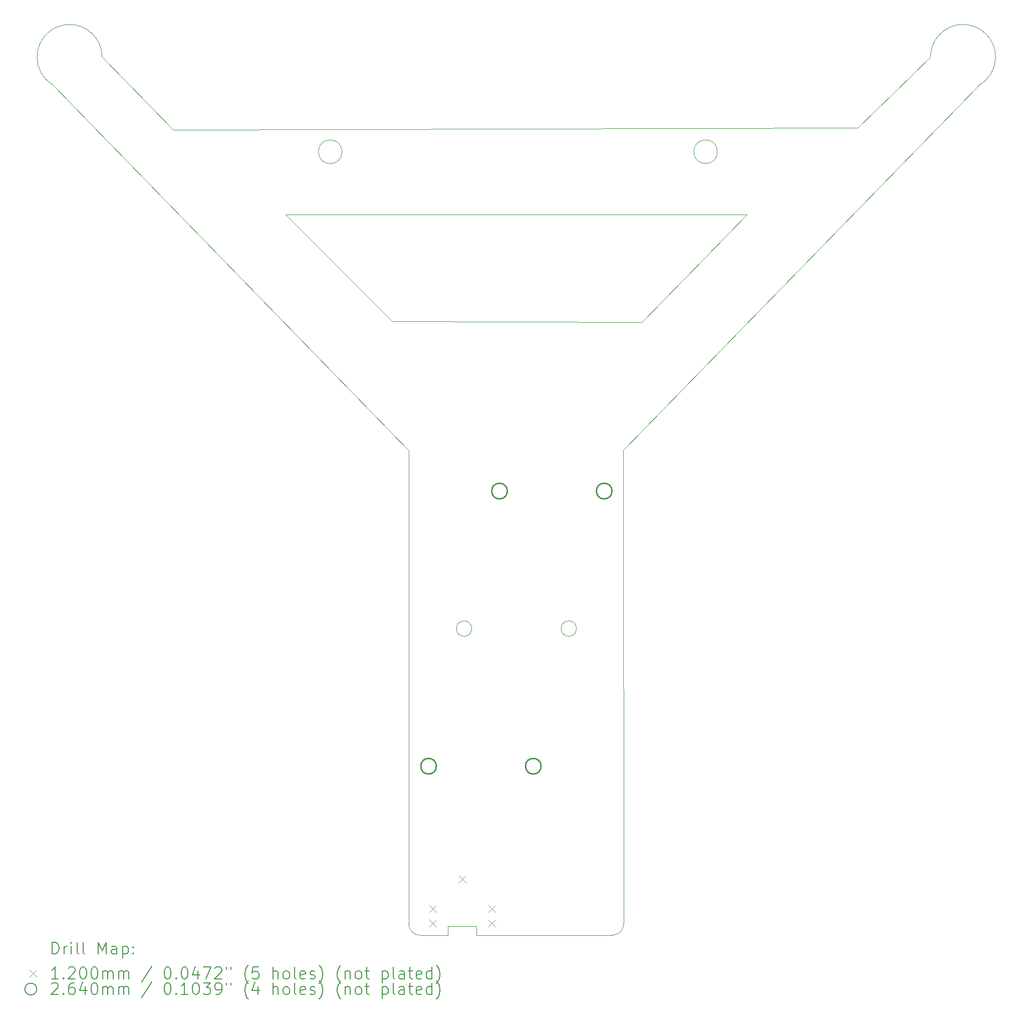
<source format=gbr>
%TF.GenerationSoftware,KiCad,Pcbnew,8.0.5*%
%TF.CreationDate,2025-01-18T17:06:14+08:00*%
%TF.ProjectId,cheap2,63686561-7032-42e6-9b69-6361645f7063,rev?*%
%TF.SameCoordinates,Original*%
%TF.FileFunction,Drillmap*%
%TF.FilePolarity,Positive*%
%FSLAX45Y45*%
G04 Gerber Fmt 4.5, Leading zero omitted, Abs format (unit mm)*
G04 Created by KiCad (PCBNEW 8.0.5) date 2025-01-18 17:06:14*
%MOMM*%
%LPD*%
G01*
G04 APERTURE LIST*
%ADD10C,0.100000*%
%ADD11C,0.200000*%
%ADD12C,0.120000*%
%ADD13C,0.264000*%
G04 APERTURE END LIST*
D10*
X12330000Y-18445000D02*
X10062779Y-18445771D01*
X9117023Y-18445000D02*
G75*
G02*
X8922000Y-18254810I-4773J190190D01*
G01*
X12550077Y-10249979D02*
X18539959Y-4099919D01*
X10740000Y-6270000D02*
X6840000Y-6270000D01*
X16510000Y-4810000D02*
X4940000Y-4840000D01*
X12856878Y-8093122D02*
X14640000Y-6270000D01*
X2640000Y-3610000D02*
G75*
G02*
X3740000Y-3610000I550000J0D01*
G01*
X9580000Y-18296119D02*
X9588636Y-18296119D01*
X10062779Y-18445771D02*
X10062867Y-18295983D01*
X11756522Y-13265000D02*
G75*
G02*
X11496522Y-13265000I-130000J0D01*
G01*
X11496522Y-13265000D02*
G75*
G02*
X11756522Y-13265000I130000J0D01*
G01*
X7795000Y-5210000D02*
G75*
G02*
X7395000Y-5210000I-200000J0D01*
G01*
X7395000Y-5210000D02*
G75*
G02*
X7795000Y-5210000I200000J0D01*
G01*
X16510000Y-4810000D02*
X17740000Y-3610000D01*
X2901191Y-4078070D02*
X8920045Y-10254810D01*
X2901191Y-4078070D02*
G75*
G02*
X2640000Y-3610000I288809J468070D01*
G01*
X12363796Y-18445000D02*
X12350704Y-18445000D01*
X3740000Y-3610000D02*
X4940000Y-4840000D01*
X10740000Y-6270000D02*
X14640000Y-6270000D01*
X6840000Y-6270000D02*
X8643122Y-8073122D01*
X8922000Y-18254810D02*
X8920045Y-10254810D01*
X12553986Y-18249978D02*
X12550077Y-10249979D01*
X9987023Y-13265000D02*
G75*
G02*
X9727023Y-13265000I-130000J0D01*
G01*
X9727023Y-13265000D02*
G75*
G02*
X9987023Y-13265000I130000J0D01*
G01*
X14140000Y-5210000D02*
G75*
G02*
X13740000Y-5210000I-200000J0D01*
G01*
X13740000Y-5210000D02*
G75*
G02*
X14140000Y-5210000I200000J0D01*
G01*
X12856878Y-8093122D02*
X8643122Y-8073122D01*
X10062867Y-18295983D02*
X10040000Y-18295983D01*
X17740000Y-3610000D02*
G75*
G02*
X18840000Y-3610000I550000J0D01*
G01*
X10040000Y-18295983D02*
X9588636Y-18296119D01*
X9117023Y-18445000D02*
X9580000Y-18444992D01*
X9580000Y-18444992D02*
X9580000Y-18296119D01*
X12553986Y-18249978D02*
G75*
G02*
X12363796Y-18444996I-190186J-4772D01*
G01*
X18840000Y-3610000D02*
G75*
G02*
X18539959Y-4099919I-550000J0D01*
G01*
X12330000Y-18445000D02*
X12350704Y-18445000D01*
D11*
D12*
X9267023Y-17935000D02*
X9387023Y-18055000D01*
X9387023Y-17935000D02*
X9267023Y-18055000D01*
X9267023Y-18185000D02*
X9387023Y-18305000D01*
X9387023Y-18185000D02*
X9267023Y-18305000D01*
X9767023Y-17435000D02*
X9887023Y-17555000D01*
X9887023Y-17435000D02*
X9767023Y-17555000D01*
X10267023Y-17935000D02*
X10387023Y-18055000D01*
X10387023Y-17935000D02*
X10267023Y-18055000D01*
X10267023Y-18185000D02*
X10387023Y-18305000D01*
X10387023Y-18185000D02*
X10267023Y-18305000D01*
D13*
X9389523Y-15590000D02*
G75*
G02*
X9125523Y-15590000I-132000J0D01*
G01*
X9125523Y-15590000D02*
G75*
G02*
X9389523Y-15590000I132000J0D01*
G01*
X10588523Y-10942000D02*
G75*
G02*
X10324523Y-10942000I-132000J0D01*
G01*
X10324523Y-10942000D02*
G75*
G02*
X10588523Y-10942000I132000J0D01*
G01*
X11159023Y-15590000D02*
G75*
G02*
X10895023Y-15590000I-132000J0D01*
G01*
X10895023Y-15590000D02*
G75*
G02*
X11159023Y-15590000I132000J0D01*
G01*
X12358022Y-10942000D02*
G75*
G02*
X12094022Y-10942000I-132000J0D01*
G01*
X12094022Y-10942000D02*
G75*
G02*
X12358022Y-10942000I132000J0D01*
G01*
D11*
X2895777Y-18762255D02*
X2895777Y-18562255D01*
X2895777Y-18562255D02*
X2943396Y-18562255D01*
X2943396Y-18562255D02*
X2971967Y-18571779D01*
X2971967Y-18571779D02*
X2991015Y-18590826D01*
X2991015Y-18590826D02*
X3000539Y-18609874D01*
X3000539Y-18609874D02*
X3010062Y-18647969D01*
X3010062Y-18647969D02*
X3010062Y-18676541D01*
X3010062Y-18676541D02*
X3000539Y-18714636D01*
X3000539Y-18714636D02*
X2991015Y-18733683D01*
X2991015Y-18733683D02*
X2971967Y-18752731D01*
X2971967Y-18752731D02*
X2943396Y-18762255D01*
X2943396Y-18762255D02*
X2895777Y-18762255D01*
X3095777Y-18762255D02*
X3095777Y-18628921D01*
X3095777Y-18667017D02*
X3105301Y-18647969D01*
X3105301Y-18647969D02*
X3114824Y-18638445D01*
X3114824Y-18638445D02*
X3133872Y-18628921D01*
X3133872Y-18628921D02*
X3152920Y-18628921D01*
X3219586Y-18762255D02*
X3219586Y-18628921D01*
X3219586Y-18562255D02*
X3210062Y-18571779D01*
X3210062Y-18571779D02*
X3219586Y-18581302D01*
X3219586Y-18581302D02*
X3229110Y-18571779D01*
X3229110Y-18571779D02*
X3219586Y-18562255D01*
X3219586Y-18562255D02*
X3219586Y-18581302D01*
X3343396Y-18762255D02*
X3324348Y-18752731D01*
X3324348Y-18752731D02*
X3314824Y-18733683D01*
X3314824Y-18733683D02*
X3314824Y-18562255D01*
X3448158Y-18762255D02*
X3429110Y-18752731D01*
X3429110Y-18752731D02*
X3419586Y-18733683D01*
X3419586Y-18733683D02*
X3419586Y-18562255D01*
X3676729Y-18762255D02*
X3676729Y-18562255D01*
X3676729Y-18562255D02*
X3743396Y-18705112D01*
X3743396Y-18705112D02*
X3810062Y-18562255D01*
X3810062Y-18562255D02*
X3810062Y-18762255D01*
X3991015Y-18762255D02*
X3991015Y-18657493D01*
X3991015Y-18657493D02*
X3981491Y-18638445D01*
X3981491Y-18638445D02*
X3962443Y-18628921D01*
X3962443Y-18628921D02*
X3924348Y-18628921D01*
X3924348Y-18628921D02*
X3905301Y-18638445D01*
X3991015Y-18752731D02*
X3971967Y-18762255D01*
X3971967Y-18762255D02*
X3924348Y-18762255D01*
X3924348Y-18762255D02*
X3905301Y-18752731D01*
X3905301Y-18752731D02*
X3895777Y-18733683D01*
X3895777Y-18733683D02*
X3895777Y-18714636D01*
X3895777Y-18714636D02*
X3905301Y-18695588D01*
X3905301Y-18695588D02*
X3924348Y-18686064D01*
X3924348Y-18686064D02*
X3971967Y-18686064D01*
X3971967Y-18686064D02*
X3991015Y-18676541D01*
X4086253Y-18628921D02*
X4086253Y-18828921D01*
X4086253Y-18638445D02*
X4105301Y-18628921D01*
X4105301Y-18628921D02*
X4143396Y-18628921D01*
X4143396Y-18628921D02*
X4162443Y-18638445D01*
X4162443Y-18638445D02*
X4171967Y-18647969D01*
X4171967Y-18647969D02*
X4181491Y-18667017D01*
X4181491Y-18667017D02*
X4181491Y-18724160D01*
X4181491Y-18724160D02*
X4171967Y-18743207D01*
X4171967Y-18743207D02*
X4162443Y-18752731D01*
X4162443Y-18752731D02*
X4143396Y-18762255D01*
X4143396Y-18762255D02*
X4105301Y-18762255D01*
X4105301Y-18762255D02*
X4086253Y-18752731D01*
X4267205Y-18743207D02*
X4276729Y-18752731D01*
X4276729Y-18752731D02*
X4267205Y-18762255D01*
X4267205Y-18762255D02*
X4257682Y-18752731D01*
X4257682Y-18752731D02*
X4267205Y-18743207D01*
X4267205Y-18743207D02*
X4267205Y-18762255D01*
X4267205Y-18638445D02*
X4276729Y-18647969D01*
X4276729Y-18647969D02*
X4267205Y-18657493D01*
X4267205Y-18657493D02*
X4257682Y-18647969D01*
X4257682Y-18647969D02*
X4267205Y-18638445D01*
X4267205Y-18638445D02*
X4267205Y-18657493D01*
D12*
X2515000Y-19030771D02*
X2635000Y-19150771D01*
X2635000Y-19030771D02*
X2515000Y-19150771D01*
D11*
X3000539Y-19182255D02*
X2886253Y-19182255D01*
X2943396Y-19182255D02*
X2943396Y-18982255D01*
X2943396Y-18982255D02*
X2924348Y-19010826D01*
X2924348Y-19010826D02*
X2905301Y-19029874D01*
X2905301Y-19029874D02*
X2886253Y-19039398D01*
X3086253Y-19163207D02*
X3095777Y-19172731D01*
X3095777Y-19172731D02*
X3086253Y-19182255D01*
X3086253Y-19182255D02*
X3076729Y-19172731D01*
X3076729Y-19172731D02*
X3086253Y-19163207D01*
X3086253Y-19163207D02*
X3086253Y-19182255D01*
X3171967Y-19001302D02*
X3181491Y-18991779D01*
X3181491Y-18991779D02*
X3200539Y-18982255D01*
X3200539Y-18982255D02*
X3248158Y-18982255D01*
X3248158Y-18982255D02*
X3267205Y-18991779D01*
X3267205Y-18991779D02*
X3276729Y-19001302D01*
X3276729Y-19001302D02*
X3286253Y-19020350D01*
X3286253Y-19020350D02*
X3286253Y-19039398D01*
X3286253Y-19039398D02*
X3276729Y-19067969D01*
X3276729Y-19067969D02*
X3162443Y-19182255D01*
X3162443Y-19182255D02*
X3286253Y-19182255D01*
X3410062Y-18982255D02*
X3429110Y-18982255D01*
X3429110Y-18982255D02*
X3448158Y-18991779D01*
X3448158Y-18991779D02*
X3457682Y-19001302D01*
X3457682Y-19001302D02*
X3467205Y-19020350D01*
X3467205Y-19020350D02*
X3476729Y-19058445D01*
X3476729Y-19058445D02*
X3476729Y-19106064D01*
X3476729Y-19106064D02*
X3467205Y-19144160D01*
X3467205Y-19144160D02*
X3457682Y-19163207D01*
X3457682Y-19163207D02*
X3448158Y-19172731D01*
X3448158Y-19172731D02*
X3429110Y-19182255D01*
X3429110Y-19182255D02*
X3410062Y-19182255D01*
X3410062Y-19182255D02*
X3391015Y-19172731D01*
X3391015Y-19172731D02*
X3381491Y-19163207D01*
X3381491Y-19163207D02*
X3371967Y-19144160D01*
X3371967Y-19144160D02*
X3362443Y-19106064D01*
X3362443Y-19106064D02*
X3362443Y-19058445D01*
X3362443Y-19058445D02*
X3371967Y-19020350D01*
X3371967Y-19020350D02*
X3381491Y-19001302D01*
X3381491Y-19001302D02*
X3391015Y-18991779D01*
X3391015Y-18991779D02*
X3410062Y-18982255D01*
X3600539Y-18982255D02*
X3619586Y-18982255D01*
X3619586Y-18982255D02*
X3638634Y-18991779D01*
X3638634Y-18991779D02*
X3648158Y-19001302D01*
X3648158Y-19001302D02*
X3657682Y-19020350D01*
X3657682Y-19020350D02*
X3667205Y-19058445D01*
X3667205Y-19058445D02*
X3667205Y-19106064D01*
X3667205Y-19106064D02*
X3657682Y-19144160D01*
X3657682Y-19144160D02*
X3648158Y-19163207D01*
X3648158Y-19163207D02*
X3638634Y-19172731D01*
X3638634Y-19172731D02*
X3619586Y-19182255D01*
X3619586Y-19182255D02*
X3600539Y-19182255D01*
X3600539Y-19182255D02*
X3581491Y-19172731D01*
X3581491Y-19172731D02*
X3571967Y-19163207D01*
X3571967Y-19163207D02*
X3562443Y-19144160D01*
X3562443Y-19144160D02*
X3552920Y-19106064D01*
X3552920Y-19106064D02*
X3552920Y-19058445D01*
X3552920Y-19058445D02*
X3562443Y-19020350D01*
X3562443Y-19020350D02*
X3571967Y-19001302D01*
X3571967Y-19001302D02*
X3581491Y-18991779D01*
X3581491Y-18991779D02*
X3600539Y-18982255D01*
X3752920Y-19182255D02*
X3752920Y-19048921D01*
X3752920Y-19067969D02*
X3762443Y-19058445D01*
X3762443Y-19058445D02*
X3781491Y-19048921D01*
X3781491Y-19048921D02*
X3810063Y-19048921D01*
X3810063Y-19048921D02*
X3829110Y-19058445D01*
X3829110Y-19058445D02*
X3838634Y-19077493D01*
X3838634Y-19077493D02*
X3838634Y-19182255D01*
X3838634Y-19077493D02*
X3848158Y-19058445D01*
X3848158Y-19058445D02*
X3867205Y-19048921D01*
X3867205Y-19048921D02*
X3895777Y-19048921D01*
X3895777Y-19048921D02*
X3914824Y-19058445D01*
X3914824Y-19058445D02*
X3924348Y-19077493D01*
X3924348Y-19077493D02*
X3924348Y-19182255D01*
X4019586Y-19182255D02*
X4019586Y-19048921D01*
X4019586Y-19067969D02*
X4029110Y-19058445D01*
X4029110Y-19058445D02*
X4048158Y-19048921D01*
X4048158Y-19048921D02*
X4076729Y-19048921D01*
X4076729Y-19048921D02*
X4095777Y-19058445D01*
X4095777Y-19058445D02*
X4105301Y-19077493D01*
X4105301Y-19077493D02*
X4105301Y-19182255D01*
X4105301Y-19077493D02*
X4114824Y-19058445D01*
X4114824Y-19058445D02*
X4133872Y-19048921D01*
X4133872Y-19048921D02*
X4162443Y-19048921D01*
X4162443Y-19048921D02*
X4181491Y-19058445D01*
X4181491Y-19058445D02*
X4191015Y-19077493D01*
X4191015Y-19077493D02*
X4191015Y-19182255D01*
X4581491Y-18972731D02*
X4410063Y-19229874D01*
X4838634Y-18982255D02*
X4857682Y-18982255D01*
X4857682Y-18982255D02*
X4876729Y-18991779D01*
X4876729Y-18991779D02*
X4886253Y-19001302D01*
X4886253Y-19001302D02*
X4895777Y-19020350D01*
X4895777Y-19020350D02*
X4905301Y-19058445D01*
X4905301Y-19058445D02*
X4905301Y-19106064D01*
X4905301Y-19106064D02*
X4895777Y-19144160D01*
X4895777Y-19144160D02*
X4886253Y-19163207D01*
X4886253Y-19163207D02*
X4876729Y-19172731D01*
X4876729Y-19172731D02*
X4857682Y-19182255D01*
X4857682Y-19182255D02*
X4838634Y-19182255D01*
X4838634Y-19182255D02*
X4819587Y-19172731D01*
X4819587Y-19172731D02*
X4810063Y-19163207D01*
X4810063Y-19163207D02*
X4800539Y-19144160D01*
X4800539Y-19144160D02*
X4791015Y-19106064D01*
X4791015Y-19106064D02*
X4791015Y-19058445D01*
X4791015Y-19058445D02*
X4800539Y-19020350D01*
X4800539Y-19020350D02*
X4810063Y-19001302D01*
X4810063Y-19001302D02*
X4819587Y-18991779D01*
X4819587Y-18991779D02*
X4838634Y-18982255D01*
X4991015Y-19163207D02*
X5000539Y-19172731D01*
X5000539Y-19172731D02*
X4991015Y-19182255D01*
X4991015Y-19182255D02*
X4981491Y-19172731D01*
X4981491Y-19172731D02*
X4991015Y-19163207D01*
X4991015Y-19163207D02*
X4991015Y-19182255D01*
X5124348Y-18982255D02*
X5143396Y-18982255D01*
X5143396Y-18982255D02*
X5162444Y-18991779D01*
X5162444Y-18991779D02*
X5171968Y-19001302D01*
X5171968Y-19001302D02*
X5181491Y-19020350D01*
X5181491Y-19020350D02*
X5191015Y-19058445D01*
X5191015Y-19058445D02*
X5191015Y-19106064D01*
X5191015Y-19106064D02*
X5181491Y-19144160D01*
X5181491Y-19144160D02*
X5171968Y-19163207D01*
X5171968Y-19163207D02*
X5162444Y-19172731D01*
X5162444Y-19172731D02*
X5143396Y-19182255D01*
X5143396Y-19182255D02*
X5124348Y-19182255D01*
X5124348Y-19182255D02*
X5105301Y-19172731D01*
X5105301Y-19172731D02*
X5095777Y-19163207D01*
X5095777Y-19163207D02*
X5086253Y-19144160D01*
X5086253Y-19144160D02*
X5076729Y-19106064D01*
X5076729Y-19106064D02*
X5076729Y-19058445D01*
X5076729Y-19058445D02*
X5086253Y-19020350D01*
X5086253Y-19020350D02*
X5095777Y-19001302D01*
X5095777Y-19001302D02*
X5105301Y-18991779D01*
X5105301Y-18991779D02*
X5124348Y-18982255D01*
X5362444Y-19048921D02*
X5362444Y-19182255D01*
X5314825Y-18972731D02*
X5267206Y-19115588D01*
X5267206Y-19115588D02*
X5391015Y-19115588D01*
X5448158Y-18982255D02*
X5581491Y-18982255D01*
X5581491Y-18982255D02*
X5495777Y-19182255D01*
X5648158Y-19001302D02*
X5657682Y-18991779D01*
X5657682Y-18991779D02*
X5676729Y-18982255D01*
X5676729Y-18982255D02*
X5724348Y-18982255D01*
X5724348Y-18982255D02*
X5743396Y-18991779D01*
X5743396Y-18991779D02*
X5752920Y-19001302D01*
X5752920Y-19001302D02*
X5762444Y-19020350D01*
X5762444Y-19020350D02*
X5762444Y-19039398D01*
X5762444Y-19039398D02*
X5752920Y-19067969D01*
X5752920Y-19067969D02*
X5638634Y-19182255D01*
X5638634Y-19182255D02*
X5762444Y-19182255D01*
X5838634Y-18982255D02*
X5838634Y-19020350D01*
X5914825Y-18982255D02*
X5914825Y-19020350D01*
X6210063Y-19258445D02*
X6200539Y-19248921D01*
X6200539Y-19248921D02*
X6181491Y-19220350D01*
X6181491Y-19220350D02*
X6171968Y-19201302D01*
X6171968Y-19201302D02*
X6162444Y-19172731D01*
X6162444Y-19172731D02*
X6152920Y-19125112D01*
X6152920Y-19125112D02*
X6152920Y-19087017D01*
X6152920Y-19087017D02*
X6162444Y-19039398D01*
X6162444Y-19039398D02*
X6171968Y-19010826D01*
X6171968Y-19010826D02*
X6181491Y-18991779D01*
X6181491Y-18991779D02*
X6200539Y-18963207D01*
X6200539Y-18963207D02*
X6210063Y-18953683D01*
X6381491Y-18982255D02*
X6286253Y-18982255D01*
X6286253Y-18982255D02*
X6276729Y-19077493D01*
X6276729Y-19077493D02*
X6286253Y-19067969D01*
X6286253Y-19067969D02*
X6305301Y-19058445D01*
X6305301Y-19058445D02*
X6352920Y-19058445D01*
X6352920Y-19058445D02*
X6371968Y-19067969D01*
X6371968Y-19067969D02*
X6381491Y-19077493D01*
X6381491Y-19077493D02*
X6391015Y-19096541D01*
X6391015Y-19096541D02*
X6391015Y-19144160D01*
X6391015Y-19144160D02*
X6381491Y-19163207D01*
X6381491Y-19163207D02*
X6371968Y-19172731D01*
X6371968Y-19172731D02*
X6352920Y-19182255D01*
X6352920Y-19182255D02*
X6305301Y-19182255D01*
X6305301Y-19182255D02*
X6286253Y-19172731D01*
X6286253Y-19172731D02*
X6276729Y-19163207D01*
X6629110Y-19182255D02*
X6629110Y-18982255D01*
X6714825Y-19182255D02*
X6714825Y-19077493D01*
X6714825Y-19077493D02*
X6705301Y-19058445D01*
X6705301Y-19058445D02*
X6686253Y-19048921D01*
X6686253Y-19048921D02*
X6657682Y-19048921D01*
X6657682Y-19048921D02*
X6638634Y-19058445D01*
X6638634Y-19058445D02*
X6629110Y-19067969D01*
X6838634Y-19182255D02*
X6819587Y-19172731D01*
X6819587Y-19172731D02*
X6810063Y-19163207D01*
X6810063Y-19163207D02*
X6800539Y-19144160D01*
X6800539Y-19144160D02*
X6800539Y-19087017D01*
X6800539Y-19087017D02*
X6810063Y-19067969D01*
X6810063Y-19067969D02*
X6819587Y-19058445D01*
X6819587Y-19058445D02*
X6838634Y-19048921D01*
X6838634Y-19048921D02*
X6867206Y-19048921D01*
X6867206Y-19048921D02*
X6886253Y-19058445D01*
X6886253Y-19058445D02*
X6895777Y-19067969D01*
X6895777Y-19067969D02*
X6905301Y-19087017D01*
X6905301Y-19087017D02*
X6905301Y-19144160D01*
X6905301Y-19144160D02*
X6895777Y-19163207D01*
X6895777Y-19163207D02*
X6886253Y-19172731D01*
X6886253Y-19172731D02*
X6867206Y-19182255D01*
X6867206Y-19182255D02*
X6838634Y-19182255D01*
X7019587Y-19182255D02*
X7000539Y-19172731D01*
X7000539Y-19172731D02*
X6991015Y-19153683D01*
X6991015Y-19153683D02*
X6991015Y-18982255D01*
X7171968Y-19172731D02*
X7152920Y-19182255D01*
X7152920Y-19182255D02*
X7114825Y-19182255D01*
X7114825Y-19182255D02*
X7095777Y-19172731D01*
X7095777Y-19172731D02*
X7086253Y-19153683D01*
X7086253Y-19153683D02*
X7086253Y-19077493D01*
X7086253Y-19077493D02*
X7095777Y-19058445D01*
X7095777Y-19058445D02*
X7114825Y-19048921D01*
X7114825Y-19048921D02*
X7152920Y-19048921D01*
X7152920Y-19048921D02*
X7171968Y-19058445D01*
X7171968Y-19058445D02*
X7181491Y-19077493D01*
X7181491Y-19077493D02*
X7181491Y-19096541D01*
X7181491Y-19096541D02*
X7086253Y-19115588D01*
X7257682Y-19172731D02*
X7276730Y-19182255D01*
X7276730Y-19182255D02*
X7314825Y-19182255D01*
X7314825Y-19182255D02*
X7333872Y-19172731D01*
X7333872Y-19172731D02*
X7343396Y-19153683D01*
X7343396Y-19153683D02*
X7343396Y-19144160D01*
X7343396Y-19144160D02*
X7333872Y-19125112D01*
X7333872Y-19125112D02*
X7314825Y-19115588D01*
X7314825Y-19115588D02*
X7286253Y-19115588D01*
X7286253Y-19115588D02*
X7267206Y-19106064D01*
X7267206Y-19106064D02*
X7257682Y-19087017D01*
X7257682Y-19087017D02*
X7257682Y-19077493D01*
X7257682Y-19077493D02*
X7267206Y-19058445D01*
X7267206Y-19058445D02*
X7286253Y-19048921D01*
X7286253Y-19048921D02*
X7314825Y-19048921D01*
X7314825Y-19048921D02*
X7333872Y-19058445D01*
X7410063Y-19258445D02*
X7419587Y-19248921D01*
X7419587Y-19248921D02*
X7438634Y-19220350D01*
X7438634Y-19220350D02*
X7448158Y-19201302D01*
X7448158Y-19201302D02*
X7457682Y-19172731D01*
X7457682Y-19172731D02*
X7467206Y-19125112D01*
X7467206Y-19125112D02*
X7467206Y-19087017D01*
X7467206Y-19087017D02*
X7457682Y-19039398D01*
X7457682Y-19039398D02*
X7448158Y-19010826D01*
X7448158Y-19010826D02*
X7438634Y-18991779D01*
X7438634Y-18991779D02*
X7419587Y-18963207D01*
X7419587Y-18963207D02*
X7410063Y-18953683D01*
X7771968Y-19258445D02*
X7762444Y-19248921D01*
X7762444Y-19248921D02*
X7743396Y-19220350D01*
X7743396Y-19220350D02*
X7733872Y-19201302D01*
X7733872Y-19201302D02*
X7724349Y-19172731D01*
X7724349Y-19172731D02*
X7714825Y-19125112D01*
X7714825Y-19125112D02*
X7714825Y-19087017D01*
X7714825Y-19087017D02*
X7724349Y-19039398D01*
X7724349Y-19039398D02*
X7733872Y-19010826D01*
X7733872Y-19010826D02*
X7743396Y-18991779D01*
X7743396Y-18991779D02*
X7762444Y-18963207D01*
X7762444Y-18963207D02*
X7771968Y-18953683D01*
X7848158Y-19048921D02*
X7848158Y-19182255D01*
X7848158Y-19067969D02*
X7857682Y-19058445D01*
X7857682Y-19058445D02*
X7876730Y-19048921D01*
X7876730Y-19048921D02*
X7905301Y-19048921D01*
X7905301Y-19048921D02*
X7924349Y-19058445D01*
X7924349Y-19058445D02*
X7933872Y-19077493D01*
X7933872Y-19077493D02*
X7933872Y-19182255D01*
X8057682Y-19182255D02*
X8038634Y-19172731D01*
X8038634Y-19172731D02*
X8029111Y-19163207D01*
X8029111Y-19163207D02*
X8019587Y-19144160D01*
X8019587Y-19144160D02*
X8019587Y-19087017D01*
X8019587Y-19087017D02*
X8029111Y-19067969D01*
X8029111Y-19067969D02*
X8038634Y-19058445D01*
X8038634Y-19058445D02*
X8057682Y-19048921D01*
X8057682Y-19048921D02*
X8086253Y-19048921D01*
X8086253Y-19048921D02*
X8105301Y-19058445D01*
X8105301Y-19058445D02*
X8114825Y-19067969D01*
X8114825Y-19067969D02*
X8124349Y-19087017D01*
X8124349Y-19087017D02*
X8124349Y-19144160D01*
X8124349Y-19144160D02*
X8114825Y-19163207D01*
X8114825Y-19163207D02*
X8105301Y-19172731D01*
X8105301Y-19172731D02*
X8086253Y-19182255D01*
X8086253Y-19182255D02*
X8057682Y-19182255D01*
X8181492Y-19048921D02*
X8257682Y-19048921D01*
X8210063Y-18982255D02*
X8210063Y-19153683D01*
X8210063Y-19153683D02*
X8219587Y-19172731D01*
X8219587Y-19172731D02*
X8238634Y-19182255D01*
X8238634Y-19182255D02*
X8257682Y-19182255D01*
X8476730Y-19048921D02*
X8476730Y-19248921D01*
X8476730Y-19058445D02*
X8495777Y-19048921D01*
X8495777Y-19048921D02*
X8533873Y-19048921D01*
X8533873Y-19048921D02*
X8552920Y-19058445D01*
X8552920Y-19058445D02*
X8562444Y-19067969D01*
X8562444Y-19067969D02*
X8571968Y-19087017D01*
X8571968Y-19087017D02*
X8571968Y-19144160D01*
X8571968Y-19144160D02*
X8562444Y-19163207D01*
X8562444Y-19163207D02*
X8552920Y-19172731D01*
X8552920Y-19172731D02*
X8533873Y-19182255D01*
X8533873Y-19182255D02*
X8495777Y-19182255D01*
X8495777Y-19182255D02*
X8476730Y-19172731D01*
X8686254Y-19182255D02*
X8667206Y-19172731D01*
X8667206Y-19172731D02*
X8657682Y-19153683D01*
X8657682Y-19153683D02*
X8657682Y-18982255D01*
X8848158Y-19182255D02*
X8848158Y-19077493D01*
X8848158Y-19077493D02*
X8838635Y-19058445D01*
X8838635Y-19058445D02*
X8819587Y-19048921D01*
X8819587Y-19048921D02*
X8781492Y-19048921D01*
X8781492Y-19048921D02*
X8762444Y-19058445D01*
X8848158Y-19172731D02*
X8829111Y-19182255D01*
X8829111Y-19182255D02*
X8781492Y-19182255D01*
X8781492Y-19182255D02*
X8762444Y-19172731D01*
X8762444Y-19172731D02*
X8752920Y-19153683D01*
X8752920Y-19153683D02*
X8752920Y-19134636D01*
X8752920Y-19134636D02*
X8762444Y-19115588D01*
X8762444Y-19115588D02*
X8781492Y-19106064D01*
X8781492Y-19106064D02*
X8829111Y-19106064D01*
X8829111Y-19106064D02*
X8848158Y-19096541D01*
X8914825Y-19048921D02*
X8991015Y-19048921D01*
X8943396Y-18982255D02*
X8943396Y-19153683D01*
X8943396Y-19153683D02*
X8952920Y-19172731D01*
X8952920Y-19172731D02*
X8971968Y-19182255D01*
X8971968Y-19182255D02*
X8991015Y-19182255D01*
X9133873Y-19172731D02*
X9114825Y-19182255D01*
X9114825Y-19182255D02*
X9076730Y-19182255D01*
X9076730Y-19182255D02*
X9057682Y-19172731D01*
X9057682Y-19172731D02*
X9048158Y-19153683D01*
X9048158Y-19153683D02*
X9048158Y-19077493D01*
X9048158Y-19077493D02*
X9057682Y-19058445D01*
X9057682Y-19058445D02*
X9076730Y-19048921D01*
X9076730Y-19048921D02*
X9114825Y-19048921D01*
X9114825Y-19048921D02*
X9133873Y-19058445D01*
X9133873Y-19058445D02*
X9143396Y-19077493D01*
X9143396Y-19077493D02*
X9143396Y-19096541D01*
X9143396Y-19096541D02*
X9048158Y-19115588D01*
X9314825Y-19182255D02*
X9314825Y-18982255D01*
X9314825Y-19172731D02*
X9295777Y-19182255D01*
X9295777Y-19182255D02*
X9257682Y-19182255D01*
X9257682Y-19182255D02*
X9238635Y-19172731D01*
X9238635Y-19172731D02*
X9229111Y-19163207D01*
X9229111Y-19163207D02*
X9219587Y-19144160D01*
X9219587Y-19144160D02*
X9219587Y-19087017D01*
X9219587Y-19087017D02*
X9229111Y-19067969D01*
X9229111Y-19067969D02*
X9238635Y-19058445D01*
X9238635Y-19058445D02*
X9257682Y-19048921D01*
X9257682Y-19048921D02*
X9295777Y-19048921D01*
X9295777Y-19048921D02*
X9314825Y-19058445D01*
X9391016Y-19258445D02*
X9400539Y-19248921D01*
X9400539Y-19248921D02*
X9419587Y-19220350D01*
X9419587Y-19220350D02*
X9429111Y-19201302D01*
X9429111Y-19201302D02*
X9438635Y-19172731D01*
X9438635Y-19172731D02*
X9448158Y-19125112D01*
X9448158Y-19125112D02*
X9448158Y-19087017D01*
X9448158Y-19087017D02*
X9438635Y-19039398D01*
X9438635Y-19039398D02*
X9429111Y-19010826D01*
X9429111Y-19010826D02*
X9419587Y-18991779D01*
X9419587Y-18991779D02*
X9400539Y-18963207D01*
X9400539Y-18963207D02*
X9391016Y-18953683D01*
X2635000Y-19354771D02*
G75*
G02*
X2435000Y-19354771I-100000J0D01*
G01*
X2435000Y-19354771D02*
G75*
G02*
X2635000Y-19354771I100000J0D01*
G01*
X2886253Y-19265302D02*
X2895777Y-19255779D01*
X2895777Y-19255779D02*
X2914824Y-19246255D01*
X2914824Y-19246255D02*
X2962443Y-19246255D01*
X2962443Y-19246255D02*
X2981491Y-19255779D01*
X2981491Y-19255779D02*
X2991015Y-19265302D01*
X2991015Y-19265302D02*
X3000539Y-19284350D01*
X3000539Y-19284350D02*
X3000539Y-19303398D01*
X3000539Y-19303398D02*
X2991015Y-19331969D01*
X2991015Y-19331969D02*
X2876729Y-19446255D01*
X2876729Y-19446255D02*
X3000539Y-19446255D01*
X3086253Y-19427207D02*
X3095777Y-19436731D01*
X3095777Y-19436731D02*
X3086253Y-19446255D01*
X3086253Y-19446255D02*
X3076729Y-19436731D01*
X3076729Y-19436731D02*
X3086253Y-19427207D01*
X3086253Y-19427207D02*
X3086253Y-19446255D01*
X3267205Y-19246255D02*
X3229110Y-19246255D01*
X3229110Y-19246255D02*
X3210062Y-19255779D01*
X3210062Y-19255779D02*
X3200539Y-19265302D01*
X3200539Y-19265302D02*
X3181491Y-19293874D01*
X3181491Y-19293874D02*
X3171967Y-19331969D01*
X3171967Y-19331969D02*
X3171967Y-19408160D01*
X3171967Y-19408160D02*
X3181491Y-19427207D01*
X3181491Y-19427207D02*
X3191015Y-19436731D01*
X3191015Y-19436731D02*
X3210062Y-19446255D01*
X3210062Y-19446255D02*
X3248158Y-19446255D01*
X3248158Y-19446255D02*
X3267205Y-19436731D01*
X3267205Y-19436731D02*
X3276729Y-19427207D01*
X3276729Y-19427207D02*
X3286253Y-19408160D01*
X3286253Y-19408160D02*
X3286253Y-19360541D01*
X3286253Y-19360541D02*
X3276729Y-19341493D01*
X3276729Y-19341493D02*
X3267205Y-19331969D01*
X3267205Y-19331969D02*
X3248158Y-19322445D01*
X3248158Y-19322445D02*
X3210062Y-19322445D01*
X3210062Y-19322445D02*
X3191015Y-19331969D01*
X3191015Y-19331969D02*
X3181491Y-19341493D01*
X3181491Y-19341493D02*
X3171967Y-19360541D01*
X3457682Y-19312921D02*
X3457682Y-19446255D01*
X3410062Y-19236731D02*
X3362443Y-19379588D01*
X3362443Y-19379588D02*
X3486253Y-19379588D01*
X3600539Y-19246255D02*
X3619586Y-19246255D01*
X3619586Y-19246255D02*
X3638634Y-19255779D01*
X3638634Y-19255779D02*
X3648158Y-19265302D01*
X3648158Y-19265302D02*
X3657682Y-19284350D01*
X3657682Y-19284350D02*
X3667205Y-19322445D01*
X3667205Y-19322445D02*
X3667205Y-19370064D01*
X3667205Y-19370064D02*
X3657682Y-19408160D01*
X3657682Y-19408160D02*
X3648158Y-19427207D01*
X3648158Y-19427207D02*
X3638634Y-19436731D01*
X3638634Y-19436731D02*
X3619586Y-19446255D01*
X3619586Y-19446255D02*
X3600539Y-19446255D01*
X3600539Y-19446255D02*
X3581491Y-19436731D01*
X3581491Y-19436731D02*
X3571967Y-19427207D01*
X3571967Y-19427207D02*
X3562443Y-19408160D01*
X3562443Y-19408160D02*
X3552920Y-19370064D01*
X3552920Y-19370064D02*
X3552920Y-19322445D01*
X3552920Y-19322445D02*
X3562443Y-19284350D01*
X3562443Y-19284350D02*
X3571967Y-19265302D01*
X3571967Y-19265302D02*
X3581491Y-19255779D01*
X3581491Y-19255779D02*
X3600539Y-19246255D01*
X3752920Y-19446255D02*
X3752920Y-19312921D01*
X3752920Y-19331969D02*
X3762443Y-19322445D01*
X3762443Y-19322445D02*
X3781491Y-19312921D01*
X3781491Y-19312921D02*
X3810063Y-19312921D01*
X3810063Y-19312921D02*
X3829110Y-19322445D01*
X3829110Y-19322445D02*
X3838634Y-19341493D01*
X3838634Y-19341493D02*
X3838634Y-19446255D01*
X3838634Y-19341493D02*
X3848158Y-19322445D01*
X3848158Y-19322445D02*
X3867205Y-19312921D01*
X3867205Y-19312921D02*
X3895777Y-19312921D01*
X3895777Y-19312921D02*
X3914824Y-19322445D01*
X3914824Y-19322445D02*
X3924348Y-19341493D01*
X3924348Y-19341493D02*
X3924348Y-19446255D01*
X4019586Y-19446255D02*
X4019586Y-19312921D01*
X4019586Y-19331969D02*
X4029110Y-19322445D01*
X4029110Y-19322445D02*
X4048158Y-19312921D01*
X4048158Y-19312921D02*
X4076729Y-19312921D01*
X4076729Y-19312921D02*
X4095777Y-19322445D01*
X4095777Y-19322445D02*
X4105301Y-19341493D01*
X4105301Y-19341493D02*
X4105301Y-19446255D01*
X4105301Y-19341493D02*
X4114824Y-19322445D01*
X4114824Y-19322445D02*
X4133872Y-19312921D01*
X4133872Y-19312921D02*
X4162443Y-19312921D01*
X4162443Y-19312921D02*
X4181491Y-19322445D01*
X4181491Y-19322445D02*
X4191015Y-19341493D01*
X4191015Y-19341493D02*
X4191015Y-19446255D01*
X4581491Y-19236731D02*
X4410063Y-19493874D01*
X4838634Y-19246255D02*
X4857682Y-19246255D01*
X4857682Y-19246255D02*
X4876729Y-19255779D01*
X4876729Y-19255779D02*
X4886253Y-19265302D01*
X4886253Y-19265302D02*
X4895777Y-19284350D01*
X4895777Y-19284350D02*
X4905301Y-19322445D01*
X4905301Y-19322445D02*
X4905301Y-19370064D01*
X4905301Y-19370064D02*
X4895777Y-19408160D01*
X4895777Y-19408160D02*
X4886253Y-19427207D01*
X4886253Y-19427207D02*
X4876729Y-19436731D01*
X4876729Y-19436731D02*
X4857682Y-19446255D01*
X4857682Y-19446255D02*
X4838634Y-19446255D01*
X4838634Y-19446255D02*
X4819587Y-19436731D01*
X4819587Y-19436731D02*
X4810063Y-19427207D01*
X4810063Y-19427207D02*
X4800539Y-19408160D01*
X4800539Y-19408160D02*
X4791015Y-19370064D01*
X4791015Y-19370064D02*
X4791015Y-19322445D01*
X4791015Y-19322445D02*
X4800539Y-19284350D01*
X4800539Y-19284350D02*
X4810063Y-19265302D01*
X4810063Y-19265302D02*
X4819587Y-19255779D01*
X4819587Y-19255779D02*
X4838634Y-19246255D01*
X4991015Y-19427207D02*
X5000539Y-19436731D01*
X5000539Y-19436731D02*
X4991015Y-19446255D01*
X4991015Y-19446255D02*
X4981491Y-19436731D01*
X4981491Y-19436731D02*
X4991015Y-19427207D01*
X4991015Y-19427207D02*
X4991015Y-19446255D01*
X5191015Y-19446255D02*
X5076729Y-19446255D01*
X5133872Y-19446255D02*
X5133872Y-19246255D01*
X5133872Y-19246255D02*
X5114825Y-19274826D01*
X5114825Y-19274826D02*
X5095777Y-19293874D01*
X5095777Y-19293874D02*
X5076729Y-19303398D01*
X5314825Y-19246255D02*
X5333872Y-19246255D01*
X5333872Y-19246255D02*
X5352920Y-19255779D01*
X5352920Y-19255779D02*
X5362444Y-19265302D01*
X5362444Y-19265302D02*
X5371968Y-19284350D01*
X5371968Y-19284350D02*
X5381491Y-19322445D01*
X5381491Y-19322445D02*
X5381491Y-19370064D01*
X5381491Y-19370064D02*
X5371968Y-19408160D01*
X5371968Y-19408160D02*
X5362444Y-19427207D01*
X5362444Y-19427207D02*
X5352920Y-19436731D01*
X5352920Y-19436731D02*
X5333872Y-19446255D01*
X5333872Y-19446255D02*
X5314825Y-19446255D01*
X5314825Y-19446255D02*
X5295777Y-19436731D01*
X5295777Y-19436731D02*
X5286253Y-19427207D01*
X5286253Y-19427207D02*
X5276729Y-19408160D01*
X5276729Y-19408160D02*
X5267206Y-19370064D01*
X5267206Y-19370064D02*
X5267206Y-19322445D01*
X5267206Y-19322445D02*
X5276729Y-19284350D01*
X5276729Y-19284350D02*
X5286253Y-19265302D01*
X5286253Y-19265302D02*
X5295777Y-19255779D01*
X5295777Y-19255779D02*
X5314825Y-19246255D01*
X5448158Y-19246255D02*
X5571968Y-19246255D01*
X5571968Y-19246255D02*
X5505301Y-19322445D01*
X5505301Y-19322445D02*
X5533872Y-19322445D01*
X5533872Y-19322445D02*
X5552920Y-19331969D01*
X5552920Y-19331969D02*
X5562444Y-19341493D01*
X5562444Y-19341493D02*
X5571968Y-19360541D01*
X5571968Y-19360541D02*
X5571968Y-19408160D01*
X5571968Y-19408160D02*
X5562444Y-19427207D01*
X5562444Y-19427207D02*
X5552920Y-19436731D01*
X5552920Y-19436731D02*
X5533872Y-19446255D01*
X5533872Y-19446255D02*
X5476729Y-19446255D01*
X5476729Y-19446255D02*
X5457682Y-19436731D01*
X5457682Y-19436731D02*
X5448158Y-19427207D01*
X5667206Y-19446255D02*
X5705301Y-19446255D01*
X5705301Y-19446255D02*
X5724348Y-19436731D01*
X5724348Y-19436731D02*
X5733872Y-19427207D01*
X5733872Y-19427207D02*
X5752920Y-19398636D01*
X5752920Y-19398636D02*
X5762444Y-19360541D01*
X5762444Y-19360541D02*
X5762444Y-19284350D01*
X5762444Y-19284350D02*
X5752920Y-19265302D01*
X5752920Y-19265302D02*
X5743396Y-19255779D01*
X5743396Y-19255779D02*
X5724348Y-19246255D01*
X5724348Y-19246255D02*
X5686253Y-19246255D01*
X5686253Y-19246255D02*
X5667206Y-19255779D01*
X5667206Y-19255779D02*
X5657682Y-19265302D01*
X5657682Y-19265302D02*
X5648158Y-19284350D01*
X5648158Y-19284350D02*
X5648158Y-19331969D01*
X5648158Y-19331969D02*
X5657682Y-19351017D01*
X5657682Y-19351017D02*
X5667206Y-19360541D01*
X5667206Y-19360541D02*
X5686253Y-19370064D01*
X5686253Y-19370064D02*
X5724348Y-19370064D01*
X5724348Y-19370064D02*
X5743396Y-19360541D01*
X5743396Y-19360541D02*
X5752920Y-19351017D01*
X5752920Y-19351017D02*
X5762444Y-19331969D01*
X5838634Y-19246255D02*
X5838634Y-19284350D01*
X5914825Y-19246255D02*
X5914825Y-19284350D01*
X6210063Y-19522445D02*
X6200539Y-19512921D01*
X6200539Y-19512921D02*
X6181491Y-19484350D01*
X6181491Y-19484350D02*
X6171968Y-19465302D01*
X6171968Y-19465302D02*
X6162444Y-19436731D01*
X6162444Y-19436731D02*
X6152920Y-19389112D01*
X6152920Y-19389112D02*
X6152920Y-19351017D01*
X6152920Y-19351017D02*
X6162444Y-19303398D01*
X6162444Y-19303398D02*
X6171968Y-19274826D01*
X6171968Y-19274826D02*
X6181491Y-19255779D01*
X6181491Y-19255779D02*
X6200539Y-19227207D01*
X6200539Y-19227207D02*
X6210063Y-19217683D01*
X6371968Y-19312921D02*
X6371968Y-19446255D01*
X6324348Y-19236731D02*
X6276729Y-19379588D01*
X6276729Y-19379588D02*
X6400539Y-19379588D01*
X6629110Y-19446255D02*
X6629110Y-19246255D01*
X6714825Y-19446255D02*
X6714825Y-19341493D01*
X6714825Y-19341493D02*
X6705301Y-19322445D01*
X6705301Y-19322445D02*
X6686253Y-19312921D01*
X6686253Y-19312921D02*
X6657682Y-19312921D01*
X6657682Y-19312921D02*
X6638634Y-19322445D01*
X6638634Y-19322445D02*
X6629110Y-19331969D01*
X6838634Y-19446255D02*
X6819587Y-19436731D01*
X6819587Y-19436731D02*
X6810063Y-19427207D01*
X6810063Y-19427207D02*
X6800539Y-19408160D01*
X6800539Y-19408160D02*
X6800539Y-19351017D01*
X6800539Y-19351017D02*
X6810063Y-19331969D01*
X6810063Y-19331969D02*
X6819587Y-19322445D01*
X6819587Y-19322445D02*
X6838634Y-19312921D01*
X6838634Y-19312921D02*
X6867206Y-19312921D01*
X6867206Y-19312921D02*
X6886253Y-19322445D01*
X6886253Y-19322445D02*
X6895777Y-19331969D01*
X6895777Y-19331969D02*
X6905301Y-19351017D01*
X6905301Y-19351017D02*
X6905301Y-19408160D01*
X6905301Y-19408160D02*
X6895777Y-19427207D01*
X6895777Y-19427207D02*
X6886253Y-19436731D01*
X6886253Y-19436731D02*
X6867206Y-19446255D01*
X6867206Y-19446255D02*
X6838634Y-19446255D01*
X7019587Y-19446255D02*
X7000539Y-19436731D01*
X7000539Y-19436731D02*
X6991015Y-19417683D01*
X6991015Y-19417683D02*
X6991015Y-19246255D01*
X7171968Y-19436731D02*
X7152920Y-19446255D01*
X7152920Y-19446255D02*
X7114825Y-19446255D01*
X7114825Y-19446255D02*
X7095777Y-19436731D01*
X7095777Y-19436731D02*
X7086253Y-19417683D01*
X7086253Y-19417683D02*
X7086253Y-19341493D01*
X7086253Y-19341493D02*
X7095777Y-19322445D01*
X7095777Y-19322445D02*
X7114825Y-19312921D01*
X7114825Y-19312921D02*
X7152920Y-19312921D01*
X7152920Y-19312921D02*
X7171968Y-19322445D01*
X7171968Y-19322445D02*
X7181491Y-19341493D01*
X7181491Y-19341493D02*
X7181491Y-19360541D01*
X7181491Y-19360541D02*
X7086253Y-19379588D01*
X7257682Y-19436731D02*
X7276730Y-19446255D01*
X7276730Y-19446255D02*
X7314825Y-19446255D01*
X7314825Y-19446255D02*
X7333872Y-19436731D01*
X7333872Y-19436731D02*
X7343396Y-19417683D01*
X7343396Y-19417683D02*
X7343396Y-19408160D01*
X7343396Y-19408160D02*
X7333872Y-19389112D01*
X7333872Y-19389112D02*
X7314825Y-19379588D01*
X7314825Y-19379588D02*
X7286253Y-19379588D01*
X7286253Y-19379588D02*
X7267206Y-19370064D01*
X7267206Y-19370064D02*
X7257682Y-19351017D01*
X7257682Y-19351017D02*
X7257682Y-19341493D01*
X7257682Y-19341493D02*
X7267206Y-19322445D01*
X7267206Y-19322445D02*
X7286253Y-19312921D01*
X7286253Y-19312921D02*
X7314825Y-19312921D01*
X7314825Y-19312921D02*
X7333872Y-19322445D01*
X7410063Y-19522445D02*
X7419587Y-19512921D01*
X7419587Y-19512921D02*
X7438634Y-19484350D01*
X7438634Y-19484350D02*
X7448158Y-19465302D01*
X7448158Y-19465302D02*
X7457682Y-19436731D01*
X7457682Y-19436731D02*
X7467206Y-19389112D01*
X7467206Y-19389112D02*
X7467206Y-19351017D01*
X7467206Y-19351017D02*
X7457682Y-19303398D01*
X7457682Y-19303398D02*
X7448158Y-19274826D01*
X7448158Y-19274826D02*
X7438634Y-19255779D01*
X7438634Y-19255779D02*
X7419587Y-19227207D01*
X7419587Y-19227207D02*
X7410063Y-19217683D01*
X7771968Y-19522445D02*
X7762444Y-19512921D01*
X7762444Y-19512921D02*
X7743396Y-19484350D01*
X7743396Y-19484350D02*
X7733872Y-19465302D01*
X7733872Y-19465302D02*
X7724349Y-19436731D01*
X7724349Y-19436731D02*
X7714825Y-19389112D01*
X7714825Y-19389112D02*
X7714825Y-19351017D01*
X7714825Y-19351017D02*
X7724349Y-19303398D01*
X7724349Y-19303398D02*
X7733872Y-19274826D01*
X7733872Y-19274826D02*
X7743396Y-19255779D01*
X7743396Y-19255779D02*
X7762444Y-19227207D01*
X7762444Y-19227207D02*
X7771968Y-19217683D01*
X7848158Y-19312921D02*
X7848158Y-19446255D01*
X7848158Y-19331969D02*
X7857682Y-19322445D01*
X7857682Y-19322445D02*
X7876730Y-19312921D01*
X7876730Y-19312921D02*
X7905301Y-19312921D01*
X7905301Y-19312921D02*
X7924349Y-19322445D01*
X7924349Y-19322445D02*
X7933872Y-19341493D01*
X7933872Y-19341493D02*
X7933872Y-19446255D01*
X8057682Y-19446255D02*
X8038634Y-19436731D01*
X8038634Y-19436731D02*
X8029111Y-19427207D01*
X8029111Y-19427207D02*
X8019587Y-19408160D01*
X8019587Y-19408160D02*
X8019587Y-19351017D01*
X8019587Y-19351017D02*
X8029111Y-19331969D01*
X8029111Y-19331969D02*
X8038634Y-19322445D01*
X8038634Y-19322445D02*
X8057682Y-19312921D01*
X8057682Y-19312921D02*
X8086253Y-19312921D01*
X8086253Y-19312921D02*
X8105301Y-19322445D01*
X8105301Y-19322445D02*
X8114825Y-19331969D01*
X8114825Y-19331969D02*
X8124349Y-19351017D01*
X8124349Y-19351017D02*
X8124349Y-19408160D01*
X8124349Y-19408160D02*
X8114825Y-19427207D01*
X8114825Y-19427207D02*
X8105301Y-19436731D01*
X8105301Y-19436731D02*
X8086253Y-19446255D01*
X8086253Y-19446255D02*
X8057682Y-19446255D01*
X8181492Y-19312921D02*
X8257682Y-19312921D01*
X8210063Y-19246255D02*
X8210063Y-19417683D01*
X8210063Y-19417683D02*
X8219587Y-19436731D01*
X8219587Y-19436731D02*
X8238634Y-19446255D01*
X8238634Y-19446255D02*
X8257682Y-19446255D01*
X8476730Y-19312921D02*
X8476730Y-19512921D01*
X8476730Y-19322445D02*
X8495777Y-19312921D01*
X8495777Y-19312921D02*
X8533873Y-19312921D01*
X8533873Y-19312921D02*
X8552920Y-19322445D01*
X8552920Y-19322445D02*
X8562444Y-19331969D01*
X8562444Y-19331969D02*
X8571968Y-19351017D01*
X8571968Y-19351017D02*
X8571968Y-19408160D01*
X8571968Y-19408160D02*
X8562444Y-19427207D01*
X8562444Y-19427207D02*
X8552920Y-19436731D01*
X8552920Y-19436731D02*
X8533873Y-19446255D01*
X8533873Y-19446255D02*
X8495777Y-19446255D01*
X8495777Y-19446255D02*
X8476730Y-19436731D01*
X8686254Y-19446255D02*
X8667206Y-19436731D01*
X8667206Y-19436731D02*
X8657682Y-19417683D01*
X8657682Y-19417683D02*
X8657682Y-19246255D01*
X8848158Y-19446255D02*
X8848158Y-19341493D01*
X8848158Y-19341493D02*
X8838635Y-19322445D01*
X8838635Y-19322445D02*
X8819587Y-19312921D01*
X8819587Y-19312921D02*
X8781492Y-19312921D01*
X8781492Y-19312921D02*
X8762444Y-19322445D01*
X8848158Y-19436731D02*
X8829111Y-19446255D01*
X8829111Y-19446255D02*
X8781492Y-19446255D01*
X8781492Y-19446255D02*
X8762444Y-19436731D01*
X8762444Y-19436731D02*
X8752920Y-19417683D01*
X8752920Y-19417683D02*
X8752920Y-19398636D01*
X8752920Y-19398636D02*
X8762444Y-19379588D01*
X8762444Y-19379588D02*
X8781492Y-19370064D01*
X8781492Y-19370064D02*
X8829111Y-19370064D01*
X8829111Y-19370064D02*
X8848158Y-19360541D01*
X8914825Y-19312921D02*
X8991015Y-19312921D01*
X8943396Y-19246255D02*
X8943396Y-19417683D01*
X8943396Y-19417683D02*
X8952920Y-19436731D01*
X8952920Y-19436731D02*
X8971968Y-19446255D01*
X8971968Y-19446255D02*
X8991015Y-19446255D01*
X9133873Y-19436731D02*
X9114825Y-19446255D01*
X9114825Y-19446255D02*
X9076730Y-19446255D01*
X9076730Y-19446255D02*
X9057682Y-19436731D01*
X9057682Y-19436731D02*
X9048158Y-19417683D01*
X9048158Y-19417683D02*
X9048158Y-19341493D01*
X9048158Y-19341493D02*
X9057682Y-19322445D01*
X9057682Y-19322445D02*
X9076730Y-19312921D01*
X9076730Y-19312921D02*
X9114825Y-19312921D01*
X9114825Y-19312921D02*
X9133873Y-19322445D01*
X9133873Y-19322445D02*
X9143396Y-19341493D01*
X9143396Y-19341493D02*
X9143396Y-19360541D01*
X9143396Y-19360541D02*
X9048158Y-19379588D01*
X9314825Y-19446255D02*
X9314825Y-19246255D01*
X9314825Y-19436731D02*
X9295777Y-19446255D01*
X9295777Y-19446255D02*
X9257682Y-19446255D01*
X9257682Y-19446255D02*
X9238635Y-19436731D01*
X9238635Y-19436731D02*
X9229111Y-19427207D01*
X9229111Y-19427207D02*
X9219587Y-19408160D01*
X9219587Y-19408160D02*
X9219587Y-19351017D01*
X9219587Y-19351017D02*
X9229111Y-19331969D01*
X9229111Y-19331969D02*
X9238635Y-19322445D01*
X9238635Y-19322445D02*
X9257682Y-19312921D01*
X9257682Y-19312921D02*
X9295777Y-19312921D01*
X9295777Y-19312921D02*
X9314825Y-19322445D01*
X9391016Y-19522445D02*
X9400539Y-19512921D01*
X9400539Y-19512921D02*
X9419587Y-19484350D01*
X9419587Y-19484350D02*
X9429111Y-19465302D01*
X9429111Y-19465302D02*
X9438635Y-19436731D01*
X9438635Y-19436731D02*
X9448158Y-19389112D01*
X9448158Y-19389112D02*
X9448158Y-19351017D01*
X9448158Y-19351017D02*
X9438635Y-19303398D01*
X9438635Y-19303398D02*
X9429111Y-19274826D01*
X9429111Y-19274826D02*
X9419587Y-19255779D01*
X9419587Y-19255779D02*
X9400539Y-19227207D01*
X9400539Y-19227207D02*
X9391016Y-19217683D01*
M02*

</source>
